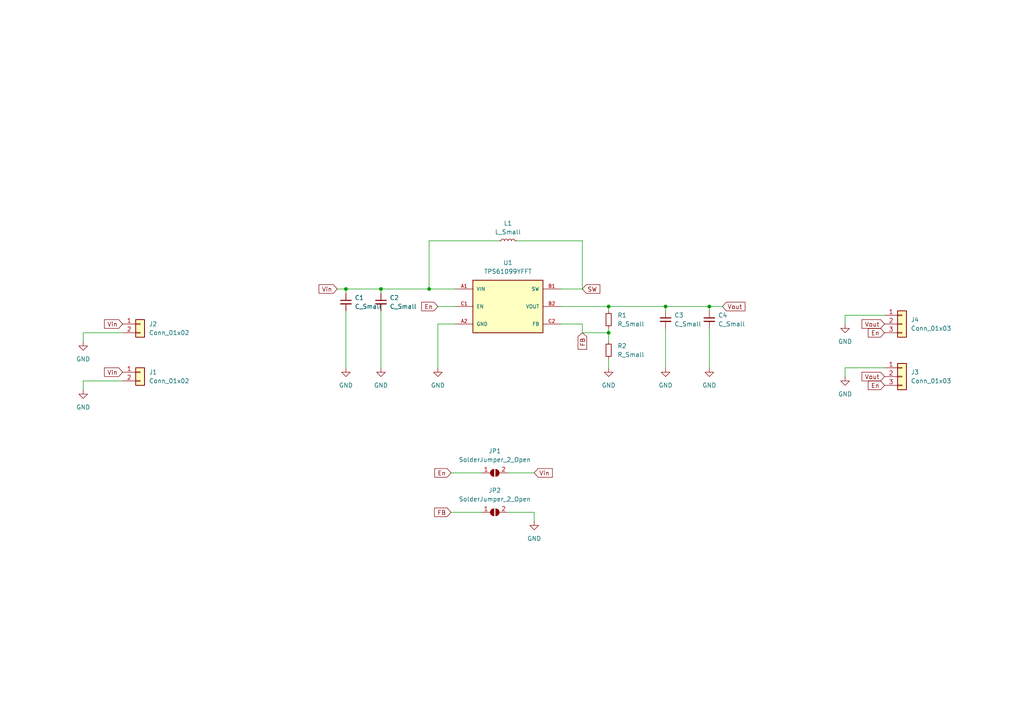
<source format=kicad_sch>
(kicad_sch (version 20211123) (generator eeschema)
  (paper "A4")
  (title_block (title "<<ID>>_<<project_name>>") (date "<<date>>") (rev "<<version>>") (comment 4 "<<hash>>"))
  (lib_symbols
    (symbol "Connector_Generic:Conn_01x02" (pin_names (offset 1.016) hide)
      (property "Reference" "J" (at 0 2.54 0))
      (property "Value" "Conn_01x02" (at 0 -5.08 0))
      (symbol "Conn_01x02_1_1"
        (rectangle (start -1.27 -2.413) (end 0 -2.667) (stroke (width 0.1524)))
        (rectangle (start -1.27 0.127) (end 0 -0.127) (stroke (width 0.1524)))
        (rectangle (start -1.27 1.27) (end 1.27 -3.81) (stroke (width 0.254)) (fill (type background)))
        (pin passive line (at -5.08 0 0) (length 3.81) (name "Pin_1") (number "1"))
        (pin passive line (at -5.08 -2.54 0) (length 3.81) (name "Pin_2") (number "2"))
      )
    )
    (symbol "Connector_Generic:Conn_01x03" (pin_names (offset 1.016) hide)
      (property "Reference" "J" (at 0 5.08 0))
      (property "Value" "Conn_01x03" (at 0 -5.08 0))
      (symbol "Conn_01x03_1_1"
        (rectangle (start -1.27 -2.413) (end 0 -2.667) (stroke (width 0.1524)))
        (rectangle (start -1.27 0.127) (end 0 -0.127) (stroke (width 0.1524)))
        (rectangle (start -1.27 2.667) (end 0 2.413) (stroke (width 0.1524)))
        (rectangle (start -1.27 3.81) (end 1.27 -3.81) (stroke (width 0.254)) (fill (type background)))
        (pin passive line (at -5.08 2.54 0) (length 3.81) (name "Pin_1") (number "1"))
        (pin passive line (at -5.08 0 0) (length 3.81) (name "Pin_2") (number "2"))
        (pin passive line (at -5.08 -2.54 0) (length 3.81) (name "Pin_3") (number "3"))
      )
    )
    (symbol "Converter_DCDC_custom:TPS61099YFFT" (pin_names (offset 1.016))
      (property "Reference" "U1" (at 0 12.7 0))
      (property "Value" "TPS61099YFFT" (at 0 10.16 0))
      (symbol "TPS61099YFFT_0_0"
        (rectangle (start -10.16 -7.62) (end 10.16 7.62) (stroke (width 0.254)) (fill (type background)))
        (pin input line (at -15.24 5.08 0) (length 5.08) (name "VIN") (number "A1"))
        (pin power_in line (at -15.24 -5.08 0) (length 5.08) (name "GND") (number "A2"))
        (pin passive line (at 15.24 5.08 180) (length 5.08) (name "SW") (number "B1"))
        (pin output line (at 15.24 0 180) (length 5.08) (name "VOUT") (number "B2"))
        (pin input line (at -15.24 0 0) (length 5.08) (name "EN") (number "C1"))
        (pin input line (at 15.24 -5.08 180) (length 5.08) (name "FB") (number "C2"))
      )
    )
    (symbol "Device:C_Small" (pin_numbers hide) (pin_names (offset 0.254) hide)
      (property "Reference" "C" (at 0.254 1.778 0))
      (property "Value" "C_Small" (at 0.254 -2.032 0))
      (symbol "C_Small_0_1"
        (polyline (pts (xy -1.524 -0.508) (xy 1.524 -0.508)) (stroke (width 0.3302)))
        (polyline (pts (xy -1.524 0.508) (xy 1.524 0.508)) (stroke (width 0.3048)))
      )
      (symbol "C_Small_1_1"
        (pin passive line (at 0 2.54 270) (length 2.032) (name "~") (number "1"))
        (pin passive line (at 0 -2.54 90) (length 2.032) (name "~") (number "2"))
      )
    )
    (symbol "Device:L_Small" (pin_numbers hide) (pin_names (offset 0.254) hide)
      (property "Reference" "L" (at 0.762 1.016 0))
      (property "Value" "L_Small" (at 0.762 -1.016 0))
      (symbol "L_Small_0_1"
        (arc (start 0 -2.032) (mid 0.508 -1.524) (end 0 -1.016))
        (arc (start 0 -1.016) (mid 0.508 -0.508) (end 0 0))
        (arc (start 0 0) (mid 0.508 0.508) (end 0 1.016))
        (arc (start 0 1.016) (mid 0.508 1.524) (end 0 2.032))
      )
      (symbol "L_Small_1_1"
        (pin passive line (at 0 2.54 270) (length 0.508) (name "~") (number "1"))
        (pin passive line (at 0 -2.54 90) (length 0.508) (name "~") (number "2"))
      )
    )
    (symbol "Device:R_Small" (pin_numbers hide) (pin_names (offset 0.254) hide)
      (property "Reference" "R" (at 0.762 0.508 0))
      (property "Value" "R_Small" (at 0.762 -1.016 0))
      (symbol "R_Small_0_1"
        (rectangle (start -0.762 1.778) (end 0.762 -1.778) (stroke (width 0.2032)))
      )
      (symbol "R_Small_1_1"
        (pin passive line (at 0 2.54 270) (length 0.762) (name "~") (number "1"))
        (pin passive line (at 0 -2.54 90) (length 0.762) (name "~") (number "2"))
      )
    )
    (symbol "Jumper:SolderJumper_2_Open" (pin_names (offset 0) hide)
      (property "Reference" "JP" (at 0 2.032 0))
      (property "Value" "SolderJumper_2_Open" (at 0 -2.54 0))
      (symbol "SolderJumper_2_Open_0_1"
        (arc (start -0.254 1.016) (mid -1.27 0) (end -0.254 -1.016))
        (arc (start -0.254 1.016) (mid -1.27 0) (end -0.254 -1.016) (fill (type outline)))
        (polyline (pts (xy -0.254 1.016) (xy -0.254 -1.016)))
        (polyline (pts (xy 0.254 1.016) (xy 0.254 -1.016)))
        (arc (start 0.254 -1.016) (mid 1.27 0) (end 0.254 1.016))
        (arc (start 0.254 -1.016) (mid 1.27 0) (end 0.254 1.016) (fill (type outline)))
      )
      (symbol "SolderJumper_2_Open_1_1"
        (pin passive line (at -3.81 0 0) (length 2.54) (name "A") (number "1"))
        (pin passive line (at 3.81 0 180) (length 2.54) (name "B") (number "2"))
      )
    )
    (symbol "power:GND" (power) (pin_names (offset 0))
      (property "Value" "GND" (at 0 -3.81 0))
      (symbol "GND_0_1"
        (polyline (pts (xy 0 0) (xy 0 -1.27) (xy 1.27 -1.27) (xy 0 -2.54) (xy -1.27 -1.27) (xy 0 -1.27)))
      )
      (symbol "GND_1_1"
        (pin power_in line (at 0 0 270) (length 0) hide (name "GND") (number "1"))
      )
    )
  )
  (junction (at 100.33 83.82))
  (junction (at 205.74 88.9))
  (junction (at 193.04 88.9))
  (junction (at 110.49 83.82))
  (junction (at 176.53 96.52))
  (junction (at 176.53 88.9))
  (junction (at 124.46 83.82))
  (wire (pts (xy 176.53 96.52) (xy 176.53 99.06)))
  (wire (pts (xy 100.33 83.82) (xy 100.33 85.09)))
  (wire (pts (xy 245.11 109.22) (xy 245.11 106.68)))
  (wire (pts (xy 24.13 113.03) (xy 24.13 110.49)))
  (wire (pts (xy 144.78 69.85) (xy 124.46 69.85)))
  (wire (pts (xy 130.81 137.16) (xy 139.7 137.16)))
  (wire (pts (xy 162.56 93.98) (xy 168.91 93.98)))
  (wire (pts (xy 24.13 110.49) (xy 35.56 110.49)))
  (wire (pts (xy 124.46 69.85) (xy 124.46 83.82)))
  (wire (pts (xy 205.74 88.9) (xy 205.74 90.17)))
  (wire (pts (xy 176.53 90.17) (xy 176.53 88.9)))
  (wire (pts (xy 245.11 91.44) (xy 256.54 91.44)))
  (wire (pts (xy 162.56 88.9) (xy 176.53 88.9)))
  (wire (pts (xy 100.33 83.82) (xy 110.49 83.82)))
  (wire (pts (xy 176.53 88.9) (xy 193.04 88.9)))
  (wire (pts (xy 127 93.98) (xy 132.08 93.98)))
  (wire (pts (xy 147.32 148.59) (xy 154.94 148.59)))
  (wire (pts (xy 176.53 104.14) (xy 176.53 106.68)))
  (wire (pts (xy 110.49 83.82) (xy 110.49 85.09)))
  (wire (pts (xy 110.49 90.17) (xy 110.49 106.68)))
  (wire (pts (xy 24.13 96.52) (xy 35.56 96.52)))
  (wire (pts (xy 147.32 137.16) (xy 154.94 137.16)))
  (wire (pts (xy 168.91 83.82) (xy 168.91 69.85)))
  (wire (pts (xy 127 88.9) (xy 132.08 88.9)))
  (wire (pts (xy 110.49 83.82) (xy 124.46 83.82)))
  (wire (pts (xy 100.33 90.17) (xy 100.33 106.68)))
  (wire (pts (xy 168.91 83.82) (xy 162.56 83.82)))
  (wire (pts (xy 245.11 106.68) (xy 256.54 106.68)))
  (wire (pts (xy 124.46 83.82) (xy 132.08 83.82)))
  (wire (pts (xy 24.13 99.06) (xy 24.13 96.52)))
  (wire (pts (xy 205.74 95.25) (xy 205.74 106.68)))
  (wire (pts (xy 193.04 88.9) (xy 205.74 88.9)))
  (wire (pts (xy 97.79 83.82) (xy 100.33 83.82)))
  (wire (pts (xy 168.91 93.98) (xy 168.91 96.52)))
  (wire (pts (xy 176.53 95.25) (xy 176.53 96.52)))
  (wire (pts (xy 245.11 93.98) (xy 245.11 91.44)))
  (wire (pts (xy 205.74 88.9) (xy 209.55 88.9)))
  (wire (pts (xy 168.91 69.85) (xy 149.86 69.85)))
  (wire (pts (xy 154.94 148.59) (xy 154.94 151.13)))
  (wire (pts (xy 168.91 96.52) (xy 176.53 96.52)))
  (wire (pts (xy 130.81 148.59) (xy 139.7 148.59)))
  (wire (pts (xy 127 106.68) (xy 127 93.98)))
  (wire (pts (xy 193.04 88.9) (xy 193.04 90.17)))
  (wire (pts (xy 193.04 95.25) (xy 193.04 106.68)))
  (global_label "En" (shape input) (at 256.54 96.52 180) (property "Intersheet References" "${INTERSHEET_REFS}" (effects hide)))
  (global_label "FB" (shape input) (at 168.91 96.52 270) (property "Intersheet References" "${INTERSHEET_REFS}" (effects hide)))
  (global_label "Vin" (shape input) (at 97.79 83.82 180) (property "Intersheet References" "${INTERSHEET_REFS}" (effects hide)))
  (global_label "SW" (shape input) (at 168.91 83.82 0) (property "Intersheet References" "${INTERSHEET_REFS}" (effects hide)))
  (global_label "Vout" (shape input) (at 256.54 109.22 180) (property "Intersheet References" "${INTERSHEET_REFS}" (effects hide)))
  (global_label "Vin" (shape input) (at 35.56 93.98 180) (property "Intersheet References" "${INTERSHEET_REFS}" (effects hide)))
  (global_label "En" (shape input) (at 130.81 137.16 180) (property "Intersheet References" "${INTERSHEET_REFS}" (effects hide)))
  (global_label "FB" (shape input) (at 130.81 148.59 180) (property "Intersheet References" "${INTERSHEET_REFS}" (effects hide)))
  (global_label "Vin" (shape input) (at 154.94 137.16 0) (property "Intersheet References" "${INTERSHEET_REFS}" (effects hide)))
  (global_label "En" (shape input) (at 256.54 111.76 180) (property "Intersheet References" "${INTERSHEET_REFS}" (effects hide)))
  (global_label "Vin" (shape input) (at 35.56 107.95 180) (property "Intersheet References" "${INTERSHEET_REFS}" (effects hide)))
  (global_label "Vout" (shape input) (at 209.55 88.9 0) (property "Intersheet References" "${INTERSHEET_REFS}" (effects hide)))
  (global_label "En" (shape input) (at 127 88.9 180) (property "Intersheet References" "${INTERSHEET_REFS}" (effects hide)))
  (global_label "Vout" (shape input) (at 256.54 93.98 180) (property "Intersheet References" "${INTERSHEET_REFS}" (effects hide)))
  (symbol (lib_id "Device:C_Small") (at 205.74 92.71 0) (unit 1)
    (property "Reference" "C4" (at 208.28 91.4462 0) (effects (justify left)))
    (property "Value" "C_Small" (at 208.28 93.9862 0) (effects (justify left)))
    (property "Footprint" "Capacitor_SMD:C_0805_2012Metric" (effects hide))
  )
  (symbol (lib_id "power:GND") (at 176.53 106.68 0) (unit 1)
    (property "Reference" "#PWR04" (effects hide))
    (property "Value" "GND" (at 176.53 111.76 0))
  )
  (symbol (lib_id "power:GND") (at 127 106.68 0) (unit 1)
    (property "Reference" "#PWR03" (effects hide))
    (property "Value" "GND" (at 127 111.76 0))
  )
  (symbol (lib_id "Device:R_Small") (at 176.53 101.6 0) (unit 1)
    (property "Reference" "R2" (at 179.07 100.3299 0) (effects (justify left)))
    (property "Value" "R_Small" (at 179.07 102.8699 0) (effects (justify left)))
    (property "Footprint" "Resistor_SMD:R_0805_2012Metric" (effects hide))
  )
  (symbol (lib_id "power:GND") (at 24.13 113.03 0) (unit 1)
    (property "Reference" "#PWR0105" (effects hide))
    (property "Value" "GND" (at 24.13 118.11 0))
  )
  (symbol (lib_id "Jumper:SolderJumper_2_Open") (at 143.51 148.59 0) (unit 1)
    (property "Reference" "JP2" (at 143.51 142.24 0))
    (property "Value" "SolderJumper_2_Open" (at 143.51 144.78 0))
    (property "Footprint" "Jumper:SolderJumper-2_P1.3mm_Open_RoundedPad1.0x1.5mm" (effects hide))
  )
  (symbol (lib_id "Device:R_Small") (at 176.53 92.71 0) (unit 1)
    (property "Reference" "R1" (at 179.07 91.4399 0) (effects (justify left)))
    (property "Value" "R_Small" (at 179.07 93.9799 0) (effects (justify left)))
    (property "Footprint" "Resistor_SMD:R_0805_2012Metric" (effects hide))
  )
  (symbol (lib_id "Connector_Generic:Conn_01x03") (at 261.62 109.22 0) (unit 1)
    (property "Reference" "J3" (at 264.16 107.9499 0) (effects (justify left)))
    (property "Value" "Conn_01x03" (at 264.16 110.4899 0) (effects (justify left)))
    (property "Footprint" "Connector_PinHeader_2.54mm:PinHeader_1x03_P2.54mm_Vertical" (effects hide))
  )
  (symbol (lib_id "power:GND") (at 193.04 106.68 0) (unit 1)
    (property "Reference" "#PWR05" (effects hide))
    (property "Value" "GND" (at 193.04 111.76 0))
  )
  (symbol (lib_id "Converter_DCDC_custom:TPS61099YFFT") (at 147.32 88.9 0) (unit 1)
    (property "Reference" "U1" (at 147.32 76.2 0))
    (property "Value" "TPS61099YFFT" (at 147.32 78.74 0))
    (property "Footprint" "Converter_DCDC_custom:BGA6N40P3X2_122X88X62N" (effects hide))
    (property "STANDARD" "IPC 7351B" (effects hide))
    (property "PARTREV" "K" (effects hide))
    (property "MAXIMUM_PACKAGE_HEIGHT" "0.625mm" (effects hide))
    (property "MANUFACTURER" "Texas Instruments" (effects hide))
  )
  (symbol (lib_id "Device:C_Small") (at 100.33 87.63 0) (unit 1)
    (property "Reference" "C1" (at 102.87 86.3662 0) (effects (justify left)))
    (property "Value" "C_Small" (at 102.87 88.9062 0) (effects (justify left)))
    (property "Footprint" "Capacitor_SMD:C_0805_2012Metric" (effects hide))
  )
  (symbol (lib_id "power:GND") (at 245.11 93.98 0) (unit 1)
    (property "Reference" "#PWR0101" (effects hide))
    (property "Value" "GND" (at 245.11 99.06 0))
  )
  (symbol (lib_id "power:GND") (at 110.49 106.68 0) (unit 1)
    (property "Reference" "#PWR02" (effects hide))
    (property "Value" "GND" (at 110.49 111.76 0))
  )
  (symbol (lib_id "power:GND") (at 154.94 151.13 0) (unit 1)
    (property "Reference" "#PWR0102" (effects hide))
    (property "Value" "GND" (at 154.94 156.21 0))
  )
  (symbol (lib_id "power:GND") (at 205.74 106.68 0) (unit 1)
    (property "Reference" "#PWR06" (effects hide))
    (property "Value" "GND" (at 205.74 111.76 0))
  )
  (symbol (lib_id "Jumper:SolderJumper_2_Open") (at 143.51 137.16 0) (unit 1)
    (property "Reference" "JP1" (at 143.51 130.81 0))
    (property "Value" "SolderJumper_2_Open" (at 143.51 133.35 0))
    (property "Footprint" "Jumper:SolderJumper-2_P1.3mm_Open_RoundedPad1.0x1.5mm" (effects hide))
  )
  (symbol (lib_id "power:GND") (at 24.13 99.06 0) (unit 1)
    (property "Reference" "#PWR0104" (effects hide))
    (property "Value" "GND" (at 24.13 104.14 0))
  )
  (symbol (lib_id "power:GND") (at 245.11 109.22 0) (unit 1)
    (property "Reference" "#PWR0103" (effects hide))
    (property "Value" "GND" (at 245.11 114.3 0))
  )
  (symbol (lib_id "Connector_Generic:Conn_01x02") (at 40.64 93.98 0) (unit 1)
    (property "Reference" "J2" (at 43.18 93.9799 0) (effects (justify left)))
    (property "Value" "Conn_01x02" (at 43.18 96.5199 0) (effects (justify left)))
    (property "Footprint" "Connector_PinHeader_2.54mm:PinHeader_1x02_P2.54mm_Vertical" (effects hide))
  )
  (symbol (lib_id "power:GND") (at 100.33 106.68 0) (unit 1)
    (property "Reference" "#PWR01" (effects hide))
    (property "Value" "GND" (at 100.33 111.76 0))
  )
  (symbol (lib_id "Device:C_Small") (at 110.49 87.63 0) (unit 1)
    (property "Reference" "C2" (at 113.03 86.3662 0) (effects (justify left)))
    (property "Value" "C_Small" (at 113.03 88.9062 0) (effects (justify left)))
    (property "Footprint" "Capacitor_SMD:C_0805_2012Metric" (effects hide))
  )
  (symbol (lib_id "Connector_Generic:Conn_01x03") (at 261.62 93.98 0) (unit 1)
    (property "Reference" "J4" (at 264.16 92.7099 0) (effects (justify left)))
    (property "Value" "Conn_01x03" (at 264.16 95.2499 0) (effects (justify left)))
    (property "Footprint" "Connector_PinHeader_2.54mm:PinHeader_1x03_P2.54mm_Vertical" (effects hide))
  )
  (symbol (lib_id "Device:L_Small") (at 147.32 69.85 90) (unit 1)
    (property "Reference" "L1" (at 147.32 64.77 90))
    (property "Value" "L_Small" (at 147.32 67.31 90))
    (property "Footprint" "Inductor_SMD:L_1008_2520Metric" (effects hide))
  )
  (symbol (lib_id "Connector_Generic:Conn_01x02") (at 40.64 107.95 0) (unit 1)
    (property "Reference" "J1" (at 43.18 107.9499 0) (effects (justify left)))
    (property "Value" "Conn_01x02" (at 43.18 110.4899 0) (effects (justify left)))
    (property "Footprint" "Connector_PinHeader_2.54mm:PinHeader_1x02_P2.54mm_Vertical" (effects hide))
  )
  (symbol (lib_id "Device:C_Small") (at 193.04 92.71 0) (unit 1)
    (property "Reference" "C3" (at 195.58 91.4462 0) (effects (justify left)))
    (property "Value" "C_Small" (at 195.58 93.9862 0) (effects (justify left)))
    (property "Footprint" "Capacitor_SMD:C_0805_2012Metric" (effects hide))
  )
)
</source>
